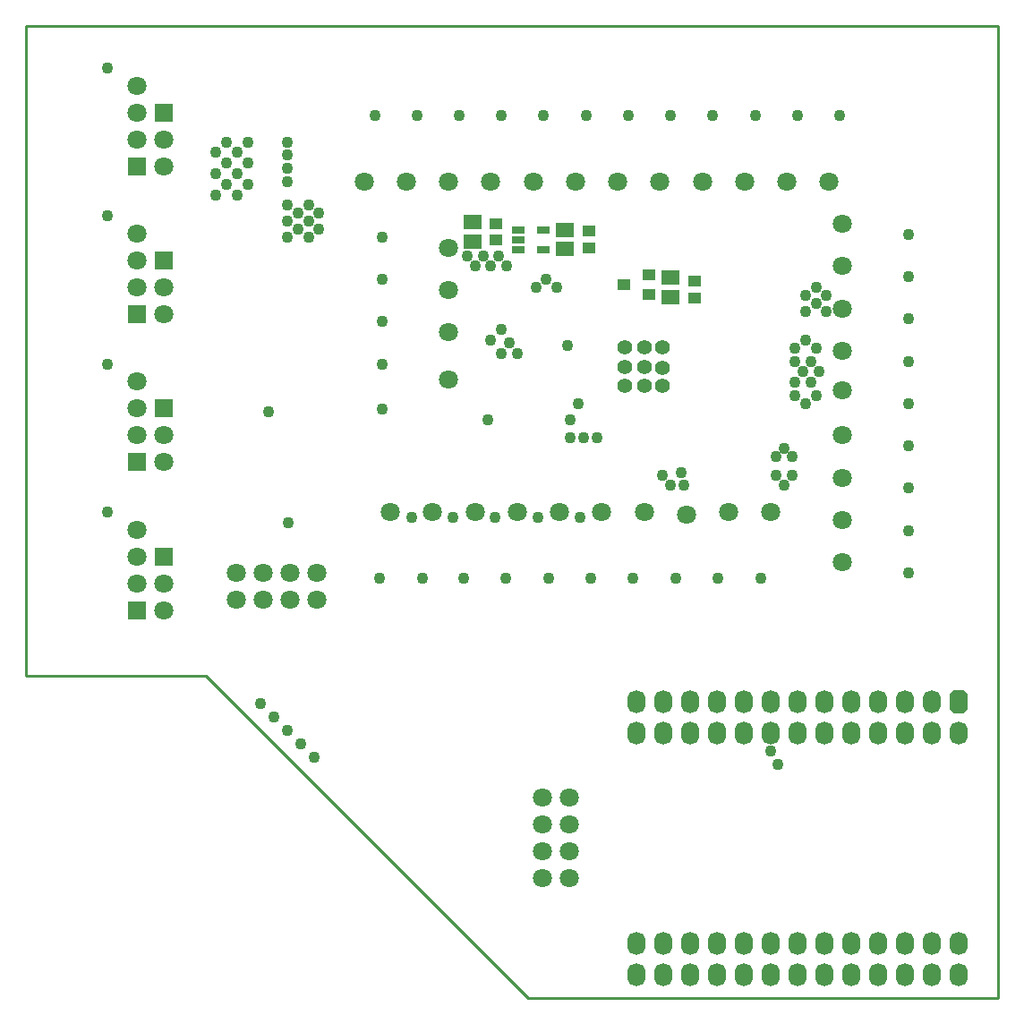
<source format=gbs>
G04*
G04 #@! TF.GenerationSoftware,Altium Limited,Altium Designer,19.1.8 (144)*
G04*
G04 Layer_Color=16711935*
%FSLAX24Y24*%
%MOIN*%
G70*
G01*
G75*
%ADD11C,0.0100*%
%ADD46R,0.0651X0.0533*%
%ADD47R,0.0474X0.0434*%
%ADD60R,0.0474X0.0395*%
%ADD62C,0.0710*%
G04:AMPARAMS|DCode=63|XSize=67.1mil|YSize=86.7mil|CornerRadius=33.5mil|HoleSize=0mil|Usage=FLASHONLY|Rotation=0.000|XOffset=0mil|YOffset=0mil|HoleType=Round|Shape=RoundedRectangle|*
%AMROUNDEDRECTD63*
21,1,0.0671,0.0197,0,0,0.0*
21,1,0.0000,0.0867,0,0,0.0*
1,1,0.0671,0.0000,-0.0098*
1,1,0.0671,0.0000,-0.0098*
1,1,0.0671,0.0000,0.0098*
1,1,0.0671,0.0000,0.0098*
%
%ADD63ROUNDEDRECTD63*%
G04:AMPARAMS|DCode=64|XSize=67.1mil|YSize=86.7mil|CornerRadius=0mil|HoleSize=0mil|Usage=FLASHONLY|Rotation=180.000|XOffset=0mil|YOffset=0mil|HoleType=Round|Shape=Octagon|*
%AMOCTAGOND64*
4,1,8,0.0168,-0.0434,-0.0168,-0.0434,-0.0335,-0.0266,-0.0335,0.0266,-0.0168,0.0434,0.0168,0.0434,0.0335,0.0266,0.0335,-0.0266,0.0168,-0.0434,0.0*
%
%ADD64OCTAGOND64*%

%ADD65O,0.0671X0.0867*%
%ADD66R,0.0671X0.0671*%
%ADD67C,0.0430*%
%ADD85R,0.0513X0.0316*%
%ADD86C,0.0552*%
D11*
X0Y36220D02*
X36220D01*
X-0Y12008D02*
X0Y36220D01*
X36220Y0D02*
X36220Y36220D01*
X-0Y12008D02*
X6705Y12008D01*
X18713Y-0D02*
X36220Y0D01*
X6705Y12008D02*
X18713Y-0D01*
D46*
X16634Y28189D02*
D03*
Y28898D02*
D03*
X20079Y28602D02*
D03*
Y27894D02*
D03*
X24016Y26831D02*
D03*
Y26122D02*
D03*
D47*
X17520Y28228D02*
D03*
Y28858D02*
D03*
X20965Y28563D02*
D03*
Y27933D02*
D03*
X24902Y26063D02*
D03*
Y26693D02*
D03*
D60*
X22264Y26575D02*
D03*
X23209Y26201D02*
D03*
Y26949D02*
D03*
D62*
X19250Y5463D02*
D03*
X8850Y14850D02*
D03*
X4134Y28476D02*
D03*
X23031Y18110D02*
D03*
X4134Y32988D02*
D03*
Y31988D02*
D03*
Y27476D02*
D03*
Y26476D02*
D03*
Y16453D02*
D03*
Y15453D02*
D03*
Y21965D02*
D03*
Y20965D02*
D03*
X5134Y30988D02*
D03*
Y31988D02*
D03*
Y25476D02*
D03*
Y26476D02*
D03*
Y14453D02*
D03*
Y15453D02*
D03*
Y19965D02*
D03*
Y20965D02*
D03*
X4134Y33988D02*
D03*
Y17453D02*
D03*
Y22965D02*
D03*
X9850Y14850D02*
D03*
X20250Y6463D02*
D03*
Y7463D02*
D03*
X10850Y14850D02*
D03*
X19250Y6463D02*
D03*
X9850Y15850D02*
D03*
X19250Y7463D02*
D03*
X10850Y15850D02*
D03*
X8850D02*
D03*
X20250Y5463D02*
D03*
X7850Y14850D02*
D03*
X20250Y4463D02*
D03*
X19250D02*
D03*
X7850Y15850D02*
D03*
X15748Y27953D02*
D03*
Y26378D02*
D03*
Y24803D02*
D03*
X15748Y23031D02*
D03*
X13583Y18110D02*
D03*
X15157D02*
D03*
X16732D02*
D03*
X18307D02*
D03*
X19882D02*
D03*
X21457D02*
D03*
X24606Y18012D02*
D03*
X26181Y18110D02*
D03*
X27756D02*
D03*
X30413Y16240D02*
D03*
Y17815D02*
D03*
Y19390D02*
D03*
Y20965D02*
D03*
X30413Y22638D02*
D03*
X30413Y24114D02*
D03*
Y25689D02*
D03*
Y27264D02*
D03*
Y28839D02*
D03*
X29921Y30413D02*
D03*
X28346D02*
D03*
X26772D02*
D03*
X25197D02*
D03*
X23622D02*
D03*
X22047D02*
D03*
X20472D02*
D03*
X18898D02*
D03*
X17323D02*
D03*
X15748D02*
D03*
X14173D02*
D03*
X12598D02*
D03*
D63*
X22750Y884D02*
D03*
Y2041D02*
D03*
X23750Y884D02*
D03*
Y2041D02*
D03*
X24750Y884D02*
D03*
Y2041D02*
D03*
X25750Y884D02*
D03*
Y2041D02*
D03*
X26750Y884D02*
D03*
Y2041D02*
D03*
X27750Y884D02*
D03*
Y2041D02*
D03*
X28750Y884D02*
D03*
Y2041D02*
D03*
X29750Y884D02*
D03*
Y2041D02*
D03*
X30750Y884D02*
D03*
Y2041D02*
D03*
X31750Y884D02*
D03*
Y2041D02*
D03*
X32750Y884D02*
D03*
Y2041D02*
D03*
X33750Y884D02*
D03*
Y2041D02*
D03*
X34750Y884D02*
D03*
Y2041D02*
D03*
X22750Y9884D02*
D03*
Y11041D02*
D03*
X23750Y9884D02*
D03*
Y11041D02*
D03*
X24750Y9884D02*
D03*
Y11041D02*
D03*
X25750Y9884D02*
D03*
Y11041D02*
D03*
X26750Y9884D02*
D03*
Y11041D02*
D03*
X27750Y9884D02*
D03*
Y11041D02*
D03*
X28750Y9884D02*
D03*
Y11041D02*
D03*
X29750Y9884D02*
D03*
Y11041D02*
D03*
X30750Y9884D02*
D03*
Y11041D02*
D03*
X31750Y9884D02*
D03*
Y11041D02*
D03*
X32750Y9884D02*
D03*
Y11041D02*
D03*
D64*
X34750D02*
D03*
D65*
Y9884D02*
D03*
X33750Y11041D02*
D03*
Y9884D02*
D03*
D66*
X4134Y30988D02*
D03*
Y25476D02*
D03*
Y14453D02*
D03*
Y19965D02*
D03*
X5134Y32988D02*
D03*
Y27476D02*
D03*
Y16453D02*
D03*
Y21965D02*
D03*
D67*
X10750Y8963D02*
D03*
X10250Y9463D02*
D03*
X9250Y10463D02*
D03*
X9750Y9963D02*
D03*
X8750Y10963D02*
D03*
X9769Y17692D02*
D03*
X28237Y20484D02*
D03*
X7087Y31496D02*
D03*
Y29921D02*
D03*
Y30709D02*
D03*
X8268Y31102D02*
D03*
X7874Y31496D02*
D03*
X7480Y31890D02*
D03*
X8268D02*
D03*
X7480Y30315D02*
D03*
X28000Y8713D02*
D03*
X27750Y9213D02*
D03*
X17224Y21555D02*
D03*
X7480Y31102D02*
D03*
X7874Y30709D02*
D03*
Y29921D02*
D03*
X8268Y30315D02*
D03*
X9744Y31890D02*
D03*
Y31398D02*
D03*
Y30906D02*
D03*
Y30413D02*
D03*
X3051Y18110D02*
D03*
Y23622D02*
D03*
Y29134D02*
D03*
Y34646D02*
D03*
X17717Y24902D02*
D03*
X20177Y24311D02*
D03*
X17323Y24508D02*
D03*
X9055Y21850D02*
D03*
X13287Y21949D02*
D03*
Y28346D02*
D03*
Y26772D02*
D03*
Y25197D02*
D03*
Y23622D02*
D03*
X17323Y27264D02*
D03*
X17618Y27657D02*
D03*
X12992Y32874D02*
D03*
X14567D02*
D03*
X16142D02*
D03*
X17717D02*
D03*
X19291D02*
D03*
X20866D02*
D03*
X22441D02*
D03*
X24016D02*
D03*
X25591D02*
D03*
X27165D02*
D03*
X28740D02*
D03*
X30315D02*
D03*
X32874Y28445D02*
D03*
Y26870D02*
D03*
Y25295D02*
D03*
Y23720D02*
D03*
Y22146D02*
D03*
Y20571D02*
D03*
Y18996D02*
D03*
Y15846D02*
D03*
Y17421D02*
D03*
X27362Y15650D02*
D03*
X25787D02*
D03*
X24213D02*
D03*
X22608D02*
D03*
X21033D02*
D03*
X19459D02*
D03*
X17884D02*
D03*
X16309D02*
D03*
X13189D02*
D03*
X14764D02*
D03*
X17028Y27657D02*
D03*
X16732Y27264D02*
D03*
X16437Y27657D02*
D03*
X17913Y27264D02*
D03*
X10925Y29232D02*
D03*
Y28642D02*
D03*
X10531Y28346D02*
D03*
X10138Y28642D02*
D03*
X10531Y28937D02*
D03*
Y29528D02*
D03*
X10138Y29232D02*
D03*
X9744Y28346D02*
D03*
Y28937D02*
D03*
Y29528D02*
D03*
X19783Y26476D02*
D03*
X18996D02*
D03*
X19390Y26772D02*
D03*
X18012Y24409D02*
D03*
X17717Y24016D02*
D03*
X18307D02*
D03*
X20276Y21555D02*
D03*
X20571Y22146D02*
D03*
X20276Y20866D02*
D03*
X21260D02*
D03*
X14370Y17913D02*
D03*
X15915D02*
D03*
X17490D02*
D03*
X19065D02*
D03*
X20640D02*
D03*
X20768Y20866D02*
D03*
X29035Y26181D02*
D03*
X29429Y26476D02*
D03*
X29823Y26181D02*
D03*
Y25591D02*
D03*
X29035D02*
D03*
X29429Y25886D02*
D03*
X28642Y22441D02*
D03*
X29429D02*
D03*
X29035Y22146D02*
D03*
X28642Y24213D02*
D03*
X29035Y24508D02*
D03*
X29429Y24213D02*
D03*
X29232Y22933D02*
D03*
Y23720D02*
D03*
X28937Y23327D02*
D03*
X28642Y22933D02*
D03*
Y23720D02*
D03*
X29528Y23327D02*
D03*
X27953Y19488D02*
D03*
X28248Y19094D02*
D03*
X28543Y19488D02*
D03*
X27953Y20177D02*
D03*
X28543D02*
D03*
X24409Y19587D02*
D03*
X24508Y19094D02*
D03*
X23720Y19488D02*
D03*
X24016Y19094D02*
D03*
D85*
X19272Y28622D02*
D03*
Y27874D02*
D03*
X18327Y28622D02*
D03*
Y27874D02*
D03*
Y28248D02*
D03*
D86*
X23031Y23524D02*
D03*
X22323Y22815D02*
D03*
X23031D02*
D03*
X23701D02*
D03*
Y23484D02*
D03*
Y24232D02*
D03*
X23031D02*
D03*
X22323D02*
D03*
Y23524D02*
D03*
M02*

</source>
